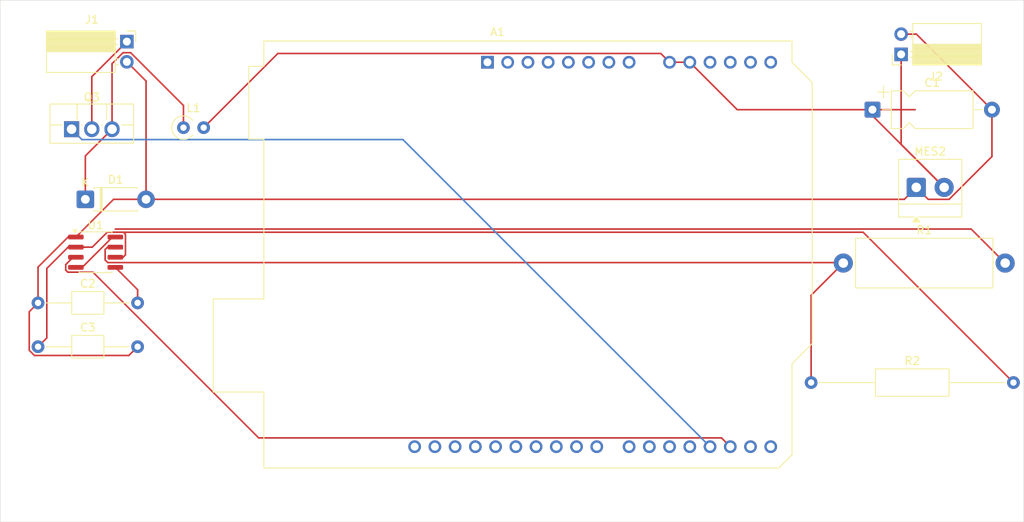
<source format=kicad_pcb>
(kicad_pcb (version 20241229) (generator "pcbnew") (generator_version "9.0")
  (layers (0 "F.Cu" signal) (2 "B.Cu" signal) (13 "F.Paste" user) (15 "B.Paste" user) (5 "F.SilkS" user "F.Silkscreen") (7 "B.SilkS" user "B.Silkscreen") (1 "F.Mask" user) (3 "B.Mask" user) (25 "Edge.Cuts" user))
  (net 0 "")
  (net 16 "/Ind Cur")
  (net 19 "/PWM IP")
  (net 22 "/Final SF")
  (net 32 "GND")
  (net 33 "Net-(U1-CV)")
  (net 34 "Net-(U1-THR)")
  (net 35 "Net-(D1-K)")
  (net 36 "Net-(J1-Pin_1)")
  (net 37 "+2V")
  (net 38 "Net-(U1-DIS)")
  (footprint "Resistor_THT:R_Axial_DIN0617_L17.0mm_D6.0mm_P20.32mm_Horizontal" (layer "F.Cu") (at 211.34 72.5)
    (property "Reference" "R1" (at 10.16 -4.12 0) (layer "F.SilkS"))
    (property "Value" "3.791409Ω")
    (fp_line (start 1.44 0) (end 1.54 0) (stroke (width 0.12)) (layer "F.SilkS"))
    (fp_line (start 18.88 0) (end 18.78 0) (stroke (width 0.12)) (layer "F.SilkS"))
    (fp_rect (start 1.54 -3.12) (end 18.78 3.12) (stroke (width 0.12)) (fill no) (layer "F.SilkS"))
    (pad "1" thru_hole circle (at 0 0) (size 2.4 2.4) (drill 1.2) (layers "*.Cu" "*.Mask") (net 38 "Net-(U1-DIS)"))
    (pad "2" thru_hole circle (at 20.32 0) (size 2.4 2.4) (drill 1.2) (layers "*.Cu" "*.Mask") (net 37 "+2V"))
  )
  (footprint "Resistor_THT:R_Axial_DIN0309_L9.0mm_D3.2mm_P25.40mm_Horizontal" (layer "F.Cu") (at 207.3 87.5)
    (property "Reference" "R2" (at 12.7 -2.72 0) (layer "F.SilkS"))
    (property "Value" "13.319585Ω")
    (fp_line (start 1.04 0) (end 8.08 0) (stroke (width 0.12)) (layer "F.SilkS"))
    (fp_line (start 24.36 0) (end 17.32 0) (stroke (width 0.12)) (layer "F.SilkS"))
    (fp_rect (start 8.08 -1.72) (end 17.32 1.72) (stroke (width 0.12)) (fill no) (layer "F.SilkS"))
    (pad "1" thru_hole circle (at 0 0) (size 1.6 1.6) (drill 0.8) (layers "*.Cu" "*.Mask") (net 38 "Net-(U1-DIS)"))
    (pad "2" thru_hole circle (at 25.4 0) (size 1.6 1.6) (drill 0.8) (layers "*.Cu" "*.Mask") (net 34 "Net-(U1-THR)"))
  )
  (footprint "Capacitor_THT:CP_Axial_L10.0mm_D4.5mm_P15.00mm_Horizontal" (layer "F.Cu") (at 215 53.2425)
    (property "Reference" "C1" (at 7.5 -3.37 0) (layer "F.SilkS"))
    (property "Value" "C_Polarized")
    (fp_line (start 0.63 -2.2) (end 2.13 -2.2) (stroke (width 0.12)) (layer "F.SilkS"))
    (fp_line (start 1.24 0) (end 2.38 0) (stroke (width 0.12)) (layer "F.SilkS"))
    (fp_line (start 1.38 -2.95) (end 1.38 -1.45) (stroke (width 0.12)) (layer "F.SilkS"))
    (fp_line (start 2.38 -2.37) (end 2.38 2.37) (stroke (width 0.12)) (layer "F.SilkS"))
    (fp_line (start 2.38 -2.37) (end 3.88 -2.37) (stroke (width 0.12)) (layer "F.SilkS"))
    (fp_line (start 2.38 2.37) (end 3.88 2.37) (stroke (width 0.12)) (layer "F.SilkS"))
    (fp_line (start 3.88 -2.37) (end 4.63 -1.62) (stroke (width 0.12)) (layer "F.SilkS"))
    (fp_line (start 3.88 2.37) (end 4.63 1.62) (stroke (width 0.12)) (layer "F.SilkS"))
    (fp_line (start 4.63 -1.62) (end 5.38 -2.37) (stroke (width 0.12)) (layer "F.SilkS"))
    (fp_line (start 4.63 1.62) (end 5.38 2.37) (stroke (width 0.12)) (layer "F.SilkS"))
    (fp_line (start 5.38 -2.37) (end 12.62 -2.37) (stroke (width 0.12)) (layer "F.SilkS"))
    (fp_line (start 5.38 2.37) (end 12.62 2.37) (stroke (width 0.12)) (layer "F.SilkS"))
    (fp_line (start 12.62 -2.37) (end 12.62 2.37) (stroke (width 0.12)) (layer "F.SilkS"))
    (fp_line (start 13.76 0) (end 12.62 0) (stroke (width 0.12)) (layer "F.SilkS"))
    (pad "1" thru_hole roundrect (at 0 0) (size 2 2) (drill 1) (layers "*.Cu" "*.Mask") (roundrect_rratio 0.125) (net 16 "/Ind Cur"))
    (pad "2" thru_hole circle (at 15 0) (size 2 2) (drill 1) (layers "*.Cu" "*.Mask") (net 32 "GND"))
  )
  (footprint "Capacitor_THT:C_Axial_L3.8mm_D2.6mm_P12.50mm_Horizontal" (layer "F.Cu") (at 110.25 77.5)
    (property "Reference" "C2" (at 6.25 -2.42 0) (layer "F.SilkS"))
    (property "Value" "1μF")
    (fp_line (start 1.04 0) (end 4.23 0) (stroke (width 0.12)) (layer "F.SilkS"))
    (fp_line (start 11.46 0) (end 8.27 0) (stroke (width 0.12)) (layer "F.SilkS"))
    (fp_rect (start 4.23 -1.42) (end 8.27 1.42) (stroke (width 0.12)) (fill no) (layer "F.SilkS"))
    (pad "1" thru_hole circle (at 0 0) (size 1.6 1.6) (drill 0.8) (layers "*.Cu" "*.Mask") (net 32 "GND"))
    (pad "2" thru_hole circle (at 12.5 0) (size 1.6 1.6) (drill 0.8) (layers "*.Cu" "*.Mask") (net 33 "Net-(U1-CV)"))
  )
  (footprint "TerminalBlock_4Ucon:TerminalBlock_4Ucon_1x02_P3.50mm_Horizontal" (layer "F.Cu") (at 220.5 63)
    (property "Reference" "MES2" (at 1.75 -4.52 0) (layer "F.SilkS"))
    (property "Value" "Voltmeter_AC")
    (fp_line (start -2.22 -3.52) (end 5.72 -3.52) (stroke (width 0.12)) (layer "F.SilkS"))
    (fp_line (start -2.22 2.1) (end 5.72 2.1) (stroke (width 0.12)) (layer "F.SilkS"))
    (fp_line (start -2.22 3.72) (end -2.22 -3.52) (stroke (width 0.12)) (layer "F.SilkS"))
    (fp_line (start -0.3 3.72) (end -2.22 3.72) (stroke (width 0.12)) (layer "F.SilkS"))
    (fp_line (start 5.72 -3.52) (end 5.72 3.72) (stroke (width 0.12)) (layer "F.SilkS"))
    (fp_line (start 5.72 3.72) (end 0.3 3.72) (stroke (width 0.12)) (layer "F.SilkS"))
    (fp_poly (pts (xy 0 3.72) (xy 0.44 4.33) (xy -0.44 4.33)) (stroke (width 0.12)) (fill yes) (layer "F.SilkS"))
    (pad "1" thru_hole roundrect (at 0 0) (size 2.4 2.4) (drill 1.2) (layers "*.Cu" "*.Mask") (roundrect_rratio 0.104167) (net 32 "GND"))
    (pad "2" thru_hole circle (at 3.5 0) (size 2.4 2.4) (drill 1.2) (layers "*.Cu" "*.Mask") (net 16 "/Ind Cur"))
  )
  (footprint "Diode_THT:D_DO-41_SOD81_P7.62mm_Horizontal" (layer "F.Cu") (at 116.19 64.5)
    (property "Reference" "D1" (at 3.81 -2.47 0) (layer "F.SilkS"))
    (property "Value" "D_Schottky")
    (fp_line (start 1.09 -1.47) (end 6.53 -1.47) (stroke (width 0.12)) (layer "F.SilkS"))
    (fp_line (start 1.09 -1.34) (end 1.09 -1.47) (stroke (width 0.12)) (layer "F.SilkS"))
    (fp_line (start 1.09 1.34) (end 1.09 1.47) (stroke (width 0.12)) (layer "F.SilkS"))
    (fp_line (start 1.09 1.47) (end 6.53 1.47) (stroke (width 0.12)) (layer "F.SilkS"))
    (fp_line (start 1.87 -1.47) (end 1.87 1.47) (stroke (width 0.12)) (layer "F.SilkS"))
    (fp_line (start 1.99 -1.47) (end 1.99 1.47) (stroke (width 0.12)) (layer "F.SilkS"))
    (fp_line (start 2.11 -1.47) (end 2.11 1.47) (stroke (width 0.12)) (layer "F.SilkS"))
    (fp_line (start 6.53 -1.47) (end 6.53 -1.34) (stroke (width 0.12)) (layer "F.SilkS"))
    (fp_line (start 6.53 1.47) (end 6.53 1.34) (stroke (width 0.12)) (layer "F.SilkS"))
    (fp_text user "K" (at 0 -2.1 0) (layer "F.SilkS"))
    (pad "1" thru_hole roundrect (at 0 0) (size 2.2 2.2) (drill 1.1) (layers "*.Cu" "*.Mask") (roundrect_rratio 0.113636) (net 35 "Net-(D1-K)"))
    (pad "2" thru_hole circle (at 7.62 0) (size 2.2 2.2) (drill 1.1) (layers "*.Cu" "*.Mask") (net 32 "GND"))
  )
  (footprint "Connector_PinSocket_2.54mm:PinSocket_1x02_P2.54mm_Horizontal" (layer "F.Cu") (at 121.4 44.7)
    (property "Reference" "J1" (at -4.38 -2.77 0) (layer "F.SilkS"))
    (property "Value" "Conn_01x02_Socket")
    (fp_line (start -10.09 -1.33) (end -10.09 3.87) (stroke (width 0.12)) (layer "F.SilkS"))
    (fp_line (start -10.09 -1.33) (end -1.46 -1.33) (stroke (width 0.12)) (layer "F.SilkS"))
    (fp_line (start -10.09 -1.21) (end -1.46 -1.21) (stroke (width 0.12)) (layer "F.SilkS"))
    (fp_line (start -10.09 -1.091905) (end -1.46 -1.091905) (stroke (width 0.12)) (layer "F.SilkS"))
    (fp_line (start -10.09 -0.97381) (end -1.46 -0.97381) (stroke (width 0.12)) (layer "F.SilkS"))
    (fp_line (start -10.09 -0.855715) (end -1.46 -0.855715) (stroke (width 0.12)) (layer "F.SilkS"))
    (fp_line (start -10.09 -0.73762) (end -1.46 -0.73762) (stroke (width 0.12)) (layer "F.SilkS"))
    (fp_line (start -10.09 -0.619525) (end -1.46 -0.619525) (stroke (width 0.12)) (layer "F.SilkS"))
    (fp_line (start -10.09 -0.50143) (end -1.46 -0.50143) (stroke (width 0.12)) (layer "F.SilkS"))
    (fp_line (start -10.09 -0.383335) (end -1.46 -0.383335) (stroke (width 0.12)) (layer "F.SilkS"))
    (fp_line (start -10.09 -0.26524) (end -1.46 -0.26524) (stroke (width 0.12)) (layer "F.SilkS"))
    (fp_line (start -10.09 -0.147145) (end -1.46 -0.147145) (stroke (width 0.12)) (layer "F.SilkS"))
    (fp_line (start -10.09 -0.02905) (end -1.46 -0.02905) (stroke (width 0.12)) (layer "F.SilkS"))
    (fp_line (start -10.09 0.089045) (end -1.46 0.089045) (stroke (width 0.12)) (layer "F.SilkS"))
    (fp_line (start -10.09 0.20714) (end -1.46 0.20714) (stroke (width 0.12)) (layer "F.SilkS"))
    (fp_line (start -10.09 0.325235) (end -1.46 0.325235) (stroke (width 0.12)) (layer "F.SilkS"))
    (fp_line (start -10.09 0.44333) (end -1.46 0.44333) (stroke (width 0.12)) (layer "F.SilkS"))
    (fp_line (start -10.09 0.561425) (end -1.46 0.561425) (stroke (width 0.12)) (layer "F.SilkS"))
    (fp_line (start -10.09 0.67952) (end -1.46 0.67952) (stroke (width 0.12)) (layer "F.SilkS"))
    (fp_line (start -10.09 0.797615) (end -1.46 0.797615) (stroke (width 0.12)) (layer "F.SilkS"))
    (fp_line (start -10.09 0.91571) (end -1.46 0.91571) (stroke (width 0.12)) (layer "F.SilkS"))
    (fp_line (start -10.09 1.033805) (end -1.46 1.033805) (stroke (width 0.12)) (layer "F.SilkS"))
    (fp_line (start -10.09 1.1519) (end -1.46 1.1519) (stroke (width 0.12)) (layer "F.SilkS"))
    (fp_line (start -10.09 1.27) (end -1.46 1.27) (stroke (width 0.12)) (layer "F.SilkS"))
    (fp_line (start -10.09 3.87) (end -1.46 3.87) (stroke (width 0.12)) (layer "F.SilkS"))
    (fp_line (start -1.46 -1.33) (end -1.46 3.87) (stroke (width 0.12)) (layer "F.SilkS"))
    (fp_line (start -1.46 -0.36) (end -1.11 -0.36) (stroke (width 0.12)) (layer "F.SilkS"))
    (fp_line (start -1.46 0.36) (end -1.11 0.36) (stroke (width 0.12)) (layer "F.SilkS"))
    (fp_line (start -1.46 2.18) (end -1.05 2.18) (stroke (width 0.12)) (layer "F.SilkS"))
    (fp_line (start -1.46 2.9) (end -1.05 2.9) (stroke (width 0.12)) (layer "F.SilkS"))
    (fp_line (start 0 -1.33) (end 1.11 -1.33) (stroke (width 0.12)) (layer "F.SilkS"))
    (fp_line (start 1.11 -1.33) (end 1.11 0) (stroke (width 0.12)) (layer "F.SilkS"))
    (pad "1" thru_hole rect (at 0 0) (size 1.7 1.7) (drill 1) (layers "*.Cu" "*.Mask") (net 36 "Net-(J1-Pin_1)"))
    (pad "2" thru_hole circle (at 0 2.54) (size 1.7 1.7) (drill 1) (layers "*.Cu" "*.Mask") (net 32 "GND"))
  )
  (footprint "Connector_PinSocket_2.54mm:PinSocket_1x02_P2.54mm_Horizontal" (layer "F.Cu") (at 218.6 46.3 180)
    (property "Reference" "J2" (at -4.38 -2.77 0) (layer "F.SilkS"))
    (property "Value" "Conn_01x02_Socket")
    (fp_line (start 1.11 -1.33) (end 1.11 0) (stroke (width 0.12)) (layer "F.SilkS"))
    (fp_line (start 0 -1.33) (end 1.11 -1.33) (stroke (width 0.12)) (layer "F.SilkS"))
    (fp_line (start -1.46 2.9) (end -1.05 2.9) (stroke (width 0.12)) (layer "F.SilkS"))
    (fp_line (start -1.46 2.18) (end -1.05 2.18) (stroke (width 0.12)) (layer "F.SilkS"))
    (fp_line (start -1.46 0.36) (end -1.11 0.36) (stroke (width 0.12)) (layer "F.SilkS"))
    (fp_line (start -1.46 -0.36) (end -1.11 -0.36) (stroke (width 0.12)) (layer "F.SilkS"))
    (fp_line (start -1.46 -1.33) (end -1.46 3.87) (stroke (width 0.12)) (layer "F.SilkS"))
    (fp_line (start -10.09 3.87) (end -1.46 3.87) (stroke (width 0.12)) (layer "F.SilkS"))
    (fp_line (start -10.09 1.27) (end -1.46 1.27) (stroke (width 0.12)) (layer "F.SilkS"))
    (fp_line (start -10.09 1.1519) (end -1.46 1.1519) (stroke (width 0.12)) (layer "F.SilkS"))
    (fp_line (start -10.09 1.033805) (end -1.46 1.033805) (stroke (width 0.12)) (layer "F.SilkS"))
    (fp_line (start -10.09 0.91571) (end -1.46 0.91571) (stroke (width 0.12)) (layer "F.SilkS"))
    (fp_line (start -10.09 0.797615) (end -1.46 0.797615) (stroke (width 0.12)) (layer "F.SilkS"))
    (fp_line (start -10.09 0.67952) (end -1.46 0.67952) (stroke (width 0.12)) (layer "F.SilkS"))
    (fp_line (start -10.09 0.561425) (end -1.46 0.561425) (stroke (width 0.12)) (layer "F.SilkS"))
    (fp_line (start -10.09 0.44333) (end -1.46 0.44333) (stroke (width 0.12)) (layer "F.SilkS"))
    (fp_line (start -10.09 0.325235) (end -1.46 0.325235) (stroke (width 0.12)) (layer "F.SilkS"))
    (fp_line (start -10.09 0.20714) (end -1.46 0.20714) (stroke (width 0.12)) (layer "F.SilkS"))
    (fp_line (start -10.09 0.089045) (end -1.46 0.089045) (stroke (width 0.12)) (layer "F.SilkS"))
    (fp_line (start -10.09 -0.02905) (end -1.46 -0.02905) (stroke (width 0.12)) (layer "F.SilkS"))
    (fp_line (start -10.09 -0.147145) (end -1.46 -0.147145) (stroke (width 0.12)) (layer "F.SilkS"))
    (fp_line (start -10.09 -0.26524) (end -1.46 -0.26524) (stroke (width 0.12)) (layer "F.SilkS"))
    (fp_line (start -10.09 -0.383335) (end -1.46 -0.383335) (stroke (width 0.12)) (layer "F.SilkS"))
    (fp_line (start -10.09 -0.50143) (end -1.46 -0.50143) (stroke (width 0.12)) (layer "F.SilkS"))
    (fp_line (start -10.09 -0.619525) (end -1.46 -0.619525) (stroke (width 0.12)) (layer "F.SilkS"))
    (fp_line (start -10.09 -0.73762) (end -1.46 -0.73762) (stroke (width 0.12)) (layer "F.SilkS"))
    (fp_line (start -10.09 -0.855715) (end -1.46 -0.855715) (stroke (width 0.12)) (layer "F.SilkS"))
    (fp_line (start -10.09 -0.97381) (end -1.46 -0.97381) (stroke (width 0.12)) (layer "F.SilkS"))
    (fp_line (start -10.09 -1.091905) (end -1.46 -1.091905) (stroke (width 0.12)) (layer "F.SilkS"))
    (fp_line (start -10.09 -1.21) (end -1.46 -1.21) (stroke (width 0.12)) (layer "F.SilkS"))
    (fp_line (start -10.09 -1.33) (end -1.46 -1.33) (stroke (width 0.12)) (layer "F.SilkS"))
    (fp_line (start -10.09 -1.33) (end -10.09 3.87) (stroke (width 0.12)) (layer "F.SilkS"))
    (pad "1" thru_hole rect (at 0 0 180) (size 1.7 1.7) (drill 1) (layers "*.Cu" "*.Mask") (net 16 "/Ind Cur"))
    (pad "2" thru_hole circle (at 0 2.54 180) (size 1.7 1.7) (drill 1) (layers "*.Cu" "*.Mask") (net 32 "GND"))
  )
  (footprint "Module:Arduino_UNO_R3" (layer "F.Cu") (at 166.67 47.29)
    (property "Reference" "A1" (at 1.27 -3.81 180) (layer "F.SilkS"))
    (property "Value" "Arduino_UNO_R3")
    (fp_line (start -34.42 29.72) (end -34.42 41.4) (stroke (width 0.12)) (layer "F.SilkS"))
    (fp_line (start -34.42 41.4) (end -28.07 41.4) (stroke (width 0.12)) (layer "F.SilkS"))
    (fp_line (start -29.97 0.51) (end -29.97 9.65) (stroke (width 0.12)) (layer "F.SilkS"))
    (fp_line (start -29.97 9.65) (end -28.07 9.65) (stroke (width 0.12)) (layer "F.SilkS"))
    (fp_line (start -28.07 -2.67) (end -28.07 0.51) (stroke (width 0.12)) (layer "F.SilkS"))
    (fp_line (start -28.07 0.51) (end -29.97 0.51) (stroke (width 0.12)) (layer "F.SilkS"))
    (fp_line (start -28.07 9.65) (end -28.07 29.72) (stroke (width 0.12)) (layer "F.SilkS"))
    (fp_line (start -28.07 29.72) (end -34.42 29.72) (stroke (width 0.12)) (layer "F.SilkS"))
    (fp_line (start -28.07 41.4) (end -28.07 50.93) (stroke (width 0.12)) (layer "F.SilkS"))
    (fp_line (start -28.07 50.93) (end 36.58 50.93) (stroke (width 0.12)) (layer "F.SilkS"))
    (fp_line (start 36.58 50.93) (end 38.23 49.28) (stroke (width 0.12)) (layer "F.SilkS"))
    (fp_line (start 38.23 -2.67) (end -28.07 -2.67) (stroke (width 0.12)) (layer "F.SilkS"))
    (fp_line (start 38.23 0) (end 38.23 -2.67) (stroke (width 0.12)) (layer "F.SilkS"))
    (fp_line (start 38.23 37.85) (end 40.77 35.31) (stroke (width 0.12)) (layer "F.SilkS"))
    (fp_line (start 38.23 49.28) (end 38.23 37.85) (stroke (width 0.12)) (layer "F.SilkS"))
    (fp_line (start 40.77 2.54) (end 38.23 0) (stroke (width 0.12)) (layer "F.SilkS"))
    (fp_line (start 40.77 35.31) (end 40.77 2.54) (stroke (width 0.12)) (layer "F.SilkS"))
    (pad "1" thru_hole rect (at 0 0 90) (size 1.6 1.6) (drill 1) (layers "*.Cu" "*.Mask"))
    (pad "2" thru_hole oval (at 2.54 0 90) (size 1.6 1.6) (drill 1) (layers "*.Cu" "*.Mask"))
    (pad "3" thru_hole oval (at 5.08 0 90) (size 1.6 1.6) (drill 1) (layers "*.Cu" "*.Mask"))
    (pad "4" thru_hole oval (at 7.62 0 90) (size 1.6 1.6) (drill 1) (layers "*.Cu" "*.Mask"))
    (pad "5" thru_hole oval (at 10.16 0 90) (size 1.6 1.6) (drill 1) (layers "*.Cu" "*.Mask"))
    (pad "6" thru_hole oval (at 12.7 0 90) (size 1.6 1.6) (drill 1) (layers "*.Cu" "*.Mask"))
    (pad "7" thru_hole oval (at 15.24 0 90) (size 1.6 1.6) (drill 1) (layers "*.Cu" "*.Mask"))
    (pad "8" thru_hole oval (at 17.78 0 90) (size 1.6 1.6) (drill 1) (layers "*.Cu" "*.Mask"))
    (pad "9" thru_hole oval (at 22.86 0 90) (size 1.6 1.6) (drill 1) (layers "*.Cu" "*.Mask") (net 16 "/Ind Cur"))
    (pad "10" thru_hole oval (at 25.4 0 90) (size 1.6 1.6) (drill 1) (layers "*.Cu" "*.Mask") (net 16 "/Ind Cur"))
    (pad "11" thru_hole oval (at 27.94 0 90) (size 1.6 1.6) (drill 1) (layers "*.Cu" "*.Mask"))
    (pad "12" thru_hole oval (at 30.48 0 90) (size 1.6 1.6) (drill 1) (layers "*.Cu" "*.Mask"))
    (pad "13" thru_hole oval (at 33.02 0 90) (size 1.6 1.6) (drill 1) (layers "*.Cu" "*.Mask"))
    (pad "14" thru_hole oval (at 35.56 0 90) (size 1.6 1.6) (drill 1) (layers "*.Cu" "*.Mask"))
    (pad "15" thru_hole oval (at 35.56 48.26 90) (size 1.6 1.6) (drill 1) (layers "*.Cu" "*.Mask"))
    (pad "16" thru_hole oval (at 33.02 48.26 90) (size 1.6 1.6) (drill 1) (layers "*.Cu" "*.Mask"))
    (pad "17" thru_hole oval (at 30.48 48.26 90) (size 1.6 1.6) (drill 1) (layers "*.Cu" "*.Mask") (net 19 "/PWM IP"))
    (pad "18" thru_hole oval (at 27.94 48.26 90) (size 1.6 1.6) (drill 1) (layers "*.Cu" "*.Mask") (net 22 "/Final SF"))
    (pad "19" thru_hole oval (at 25.4 48.26 90) (size 1.6 1.6) (drill 1) (layers "*.Cu" "*.Mask"))
    (pad "20" thru_hole oval (at 22.86 48.26 90) (size 1.6 1.6) (drill 1) (layers "*.Cu" "*.Mask"))
    (pad "21" thru_hole oval (at 20.32 48.26 90) (size 1.6 1.6) (drill 1) (layers "*.Cu" "*.Mask"))
    (pad "22" thru_hole oval (at 17.78 48.26 90) (size 1.6 1.6) (drill 1) (layers "*.Cu" "*.Mask"))
    (pad "23" thru_hole oval (at 13.72 48.26 90) (size 1.6 1.6) (drill 1) (layers "*.Cu" "*.Mask"))
    (pad "24" thru_hole oval (at 11.18 48.26 90) (size 1.6 1.6) (drill 1) (layers "*.Cu" "*.Mask"))
    (pad "25" thru_hole oval (at 8.64 48.26 90) (size 1.6 1.6) (drill 1) (layers "*.Cu" "*.Mask"))
    (pad "26" thru_hole oval (at 6.1 48.26 90) (size 1.6 1.6) (drill 1) (layers "*.Cu" "*.Mask"))
    (pad "27" thru_hole oval (at 3.56 48.26 90) (size 1.6 1.6) (drill 1) (layers "*.Cu" "*.Mask"))
    (pad "28" thru_hole oval (at 1.02 48.26 90) (size 1.6 1.6) (drill 1) (layers "*.Cu" "*.Mask"))
    (pad "29" thru_hole oval (at -1.52 48.26 90) (size 1.6 1.6) (drill 1) (layers "*.Cu" "*.Mask"))
    (pad "30" thru_hole oval (at -4.06 48.26 90) (size 1.6 1.6) (drill 1) (layers "*.Cu" "*.Mask"))
    (pad "31" thru_hole oval (at -6.6 48.26 90) (size 1.6 1.6) (drill 1) (layers "*.Cu" "*.Mask"))
    (pad "32" thru_hole oval (at -9.14 48.26 90) (size 1.6 1.6) (drill 1) (layers "*.Cu" "*.Mask"))
  )
  (footprint "Package_TO_SOT_THT:TO-220F-3_Vertical" (layer "F.Cu") (at 114.46 55.695)
    (property "Reference" "Q3" (at 2.54 -4 0) (layer "F.SilkS"))
    (property "Value" "IRLIZ44N")
    (fp_line (start -2.7 -3.157) (end 7.78 -3.157) (stroke (width 0.12)) (layer "F.SilkS"))
    (fp_line (start -2.7 -0.527) (end -1.212 -0.527) (stroke (width 0.12)) (layer "F.SilkS"))
    (fp_line (start -2.7 1.763) (end -2.7 -3.157) (stroke (width 0.12)) (layer "F.SilkS"))
    (fp_line (start 0.69 -3.157) (end 0.69 -1.26) (stroke (width 0.12)) (layer "F.SilkS"))
    (fp_line (start 1.212 -0.527) (end 1.327 -0.528) (stroke (width 0.12)) (layer "F.SilkS"))
    (fp_line (start 3.752 -0.528) (end 3.867 -0.528) (stroke (width 0.12)) (layer "F.SilkS"))
    (fp_line (start 4.39 -3.157) (end 4.39 -1.26) (stroke (width 0.12)) (layer "F.SilkS"))
    (fp_line (start 6.292 -0.528) (end 7.78 -0.527) (stroke (width 0.12)) (layer "F.SilkS"))
    (fp_line (start 7.78 -3.157) (end 7.78 1.763) (stroke (width 0.12)) (layer "F.SilkS"))
    (fp_line (start 7.78 1.763) (end -2.7 1.763) (stroke (width 0.12)) (layer "F.SilkS"))
    (pad "1" thru_hole rect (at 0 0) (size 1.905 2) (drill 1.2) (layers "*.Cu" "*.Mask") (net 22 "/Final SF"))
    (pad "2" thru_hole oval (at 2.54 0) (size 1.905 2) (drill 1.2) (layers "*.Cu" "*.Mask") (net 36 "Net-(J1-Pin_1)"))
    (pad "3" thru_hole oval (at 5.08 0) (size 1.905 2) (drill 1.2) (layers "*.Cu" "*.Mask") (net 35 "Net-(D1-K)"))
  )
  (footprint "Package_SO:SOIC-8_3.9x4.9mm_P1.27mm" (layer "F.Cu") (at 117.475 71.135)
    (property "Reference" "U1" (at 0 -3.4 0) (layer "F.SilkS"))
    (property "Value" "LM555xM")
    (fp_line (start -2.06 -2.56) (end 2.06 -2.56) (stroke (width 0.12)) (layer "F.SilkS"))
    (fp_line (start -2.06 -2.465) (end -2.06 -2.56) (stroke (width 0.12)) (layer "F.SilkS"))
    (fp_line (start -2.06 2.56) (end -2.06 2.465) (stroke (width 0.12)) (layer "F.SilkS"))
    (fp_line (start 2.06 -2.56) (end 2.06 -2.465) (stroke (width 0.12)) (layer "F.SilkS"))
    (fp_line (start 2.06 2.465) (end 2.06 2.56) (stroke (width 0.12)) (layer "F.SilkS"))
    (fp_line (start 2.06 2.56) (end -2.06 2.56) (stroke (width 0.12)) (layer "F.SilkS"))
    (fp_poly (pts (xy -2.6 -2.47) (xy -2.84 -2.8) (xy -2.36 -2.8)) (stroke (width 0.12)) (fill yes) (layer "F.SilkS"))
    (pad "1" smd roundrect (at -2.475 -1.905) (size 1.95 0.6) (layers "F.Cu" "F.Mask" "F.Paste") (net 32 "GND"))
    (pad "2" smd roundrect (at -2.475 -0.635) (size 1.95 0.6) (layers "F.Cu" "F.Mask" "F.Paste") (net 34 "Net-(U1-THR)"))
    (pad "3" smd roundrect (at -2.475 0.635) (size 1.95 0.6) (layers "F.Cu" "F.Mask" "F.Paste") (net 19 "/PWM IP"))
    (pad "4" smd roundrect (at -2.475 1.905) (size 1.95 0.6) (layers "F.Cu" "F.Mask" "F.Paste") (net 37 "+2V"))
    (pad "5" smd roundrect (at 2.475 1.905) (size 1.95 0.6) (layers "F.Cu" "F.Mask" "F.Paste") (net 33 "Net-(U1-CV)"))
    (pad "6" smd roundrect (at 2.475 0.635) (size 1.95 0.6) (layers "F.Cu" "F.Mask" "F.Paste") (net 34 "Net-(U1-THR)"))
    (pad "7" smd roundrect (at 2.475 -0.635) (size 1.95 0.6) (layers "F.Cu" "F.Mask" "F.Paste") (net 38 "Net-(U1-DIS)"))
    (pad "8" smd roundrect (at 2.475 -1.905) (size 1.95 0.6) (layers "F.Cu" "F.Mask" "F.Paste") (net 37 "+2V"))
  )
  (footprint "Capacitor_THT:C_Axial_L3.8mm_D2.6mm_P12.50mm_Horizontal" (layer "F.Cu") (at 110.25 83)
    (property "Reference" "C3" (at 6.25 -2.42 0) (layer "F.SilkS"))
    (property "Value" "1μF")
    (fp_line (start 1.04 0) (end 4.23 0) (stroke (width 0.12)) (layer "F.SilkS"))
    (fp_line (start 11.46 0) (end 8.27 0) (stroke (width 0.12)) (layer "F.SilkS"))
    (fp_rect (start 4.23 -1.42) (end 8.27 1.42) (stroke (width 0.12)) (fill no) (layer "F.SilkS"))
    (pad "1" thru_hole circle (at 0 0) (size 1.6 1.6) (drill 0.8) (layers "*.Cu" "*.Mask") (net 34 "Net-(U1-THR)"))
    (pad "2" thru_hole circle (at 12.5 0) (size 1.6 1.6) (drill 0.8) (layers "*.Cu" "*.Mask") (net 32 "GND"))
  )
  (footprint "Inductor_THT:L_Axial_L6.6mm_D2.7mm_P2.54mm_Vertical_Vishay_IM-2" (layer "F.Cu") (at 128.505 55.5)
    (property "Reference" "L1" (at 1.27 -2.47 0) (layer "F.SilkS"))
    (property "Value" "400μH")
    (fp_arc (start 1.146516 0.92) (mid -1.47 0) (end 1.146516 -0.92) (stroke (width 0.12)) (layer "F.SilkS"))
    (pad "1" thru_hole circle (at 0 0) (size 1.6 1.6) (drill 0.8) (layers "*.Cu" "*.Mask") (net 35 "Net-(D1-K)"))
    (pad "2" thru_hole circle (at 2.54 0) (size 1.6 1.6) (drill 0.8) (layers "*.Cu" "*.Mask") (net 16 "/Ind Cur"))
  )
  (gr_rect (start 105.5 39.5) (end 234 105) (stroke (width 0.05)) (fill no) (layer "Edge.Cuts"))
  (segment (start 215 53.2425) (end 215 54) (width 0.2) (layer "F.Cu") (net 16))
  (segment (start 218.6 57.6) (end 224 63) (width 0.2) (layer "F.Cu") (net 16))
  (segment (start 215 53.2425) (end 220.3575 53.2425) (width 0.2) (layer "F.Cu") (net 16))
  (segment (start 192.07 47.29) (end 198.0225 53.2425) (width 0.2) (layer "F.Cu") (net 16))
  (segment (start 188.429 46.189) (end 189.53 47.29) (width 0.2) (layer "F.Cu") (net 16))
  (segment (start 189.53 47.29) (end 192.07 47.29) (width 0.2) (layer "F.Cu") (net 16))
  (segment (start 215 54) (end 224 63) (width 0.2) (layer "F.Cu") (net 16))
  (segment (start 218.6 46.3) (end 218.6 57.6) (width 0.2) (layer "F.Cu") (net 16))
  (segment (start 140.356 46.189) (end 188.429 46.189) (width 0.2) (layer "F.Cu") (net 16))
  (segment (start 131.045 55.5) (end 140.356 46.189) (width 0.2) (layer "F.Cu") (net 16))
  (segment (start 198.0225 53.2425) (end 215 53.2425) (width 0.2) (layer "F.Cu") (net 16))
  (segment (start 117.141 73.641) (end 137.949 94.449) (width 0.2) (layer "F.Cu") (net 19))
  (segment (start 196.049 94.449) (end 197.15 95.55) (width 0.2) (layer "F.Cu") (net 19))
  (segment (start 137.949 94.449) (end 196.049 94.449) (width 0.2) (layer "F.Cu") (net 19))
  (segment (start 114.653032 71.77) (end 113.724 72.699032) (width 0.2) (layer "F.Cu") (net 19))
  (segment (start 113.724 73.380968) (end 113.984032 73.641) (width 0.2) (layer "F.Cu") (net 19))
  (segment (start 115 71.77) (end 114.653032 71.77) (width 0.2) (layer "F.Cu") (net 19))
  (segment (start 113.724 72.699032) (end 113.724 73.380968) (width 0.2) (layer "F.Cu") (net 19))
  (segment (start 113.984032 73.641) (end 117.141 73.641) (width 0.2) (layer "F.Cu") (net 19))
  (segment (start 156.056 56.996) (end 115.761 56.996) (width 0.2) (layer "B.Cu") (net 22))
  (segment (start 115.761 56.996) (end 114.46 55.695) (width 0.2) (layer "B.Cu") (net 22))
  (segment (start 194.61 95.55) (end 156.056 56.996) (width 0.2) (layer "B.Cu") (net 22))
  (segment (start 123.81 64.5) (end 219 64.5) (width 0.2) (layer "F.Cu") (net 32))
  (segment (start 220.5 63) (end 222.001 64.501) (width 0.2) (layer "F.Cu") (net 32))
  (segment (start 109.149 78.601) (end 109.149 83.45605) (width 0.2) (layer "F.Cu") (net 32))
  (segment (start 220.5175 43.76) (end 218.6 43.76) (width 0.2) (layer "F.Cu") (net 32))
  (segment (start 123.81 49.65) (end 123.81 64.5) (width 0.2) (layer "F.Cu") (net 32))
  (segment (start 109.149 83.45605) (end 109.79395 84.101) (width 0.2) (layer "F.Cu") (net 32))
  (segment (start 230 59.122735) (end 230 53.2425) (width 0.2) (layer "F.Cu") (net 32))
  (segment (start 222.001 64.501) (end 224.621735 64.501) (width 0.2) (layer "F.Cu") (net 32))
  (segment (start 119.73 64.5) (end 123.81 64.5) (width 0.2) (layer "F.Cu") (net 32))
  (segment (start 115 69.23) (end 114.025001 69.23) (width 0.2) (layer "F.Cu") (net 32))
  (segment (start 109.79395 84.101) (end 121.649 84.101) (width 0.2) (layer "F.Cu") (net 32))
  (segment (start 230 53.2425) (end 220.5175 43.76) (width 0.2) (layer "F.Cu") (net 32))
  (segment (start 115 69.23) (end 119.73 64.5) (width 0.2) (layer "F.Cu") (net 32))
  (segment (start 110.25 73.005001) (end 110.25 77.5) (width 0.2) (layer "F.Cu") (net 32))
  (segment (start 219 64.5) (end 220.5 63) (width 0.2) (layer "F.Cu") (net 32))
  (segment (start 121.649 84.101) (end 122.75 83) (width 0.2) (layer "F.Cu") (net 32))
  (segment (start 121.4 47.24) (end 123.81 49.65) (width 0.2) (layer "F.Cu") (net 32))
  (segment (start 224.621735 64.501) (end 230 59.122735) (width 0.2) (layer "F.Cu") (net 32))
  (segment (start 110.25 77.5) (end 109.149 78.601) (width 0.2) (layer "F.Cu") (net 32))
  (segment (start 114.025001 69.23) (end 110.25 73.005001) (width 0.2) (layer "F.Cu") (net 32))
  (segment (start 122.75 75.84) (end 119.95 73.04) (width 0.2) (layer "F.Cu") (net 33))
  (segment (start 122.75 77.5) (end 122.75 75.84) (width 0.2) (layer "F.Cu") (net 33))
  (segment (start 115 70.5) (end 117.063032 70.5) (width 0.2) (layer "F.Cu") (net 34))
  (segment (start 120.965968 68.629) (end 118.934032 68.629) (width 0.2) (layer "F.Cu") (net 34))
  (segment (start 121.226 71.468999) (end 121.226 68.889032) (width 0.2) (layer "F.Cu") (net 34))
  (segment (start 111.351 81.899) (end 110.25 83) (width 0.2) (layer "F.Cu") (net 34))
  (segment (start 118.934032 68.629) (end 213.829 68.629) (width 0.2) (layer "F.Cu") (net 34))
  (segment (start 121.226 68.889032) (end 120.965968 68.629) (width 0.2) (layer "F.Cu") (net 34))
  (segment (start 111.351 73.174001) (end 111.351 81.899) (width 0.2) (layer "F.Cu") (net 34))
  (segment (start 120.924999 71.77) (end 121.226 71.468999) (width 0.2) (layer "F.Cu") (net 34))
  (segment (start 117.063032 70.5) (end 118.934032 68.629) (width 0.2) (layer "F.Cu") (net 34))
  (segment (start 114.025001 70.5) (end 111.351 73.174001) (width 0.2) (layer "F.Cu") (net 34))
  (segment (start 213.829 68.629) (end 232.7 87.5) (width 0.2) (layer "F.Cu") (net 34))
  (segment (start 119.95 71.77) (end 120.924999 71.77) (width 0.2) (layer "F.Cu") (net 34))
  (segment (start 115 70.5) (end 114.025001 70.5) (width 0.2) (layer "F.Cu") (net 34))
  (segment (start 119.54 47.47224) (end 120.92324 46.089) (width 0.2) (layer "F.Cu") (net 35))
  (segment (start 116.19 64.5) (end 116.19 59.045) (width 0.2) (layer "F.Cu") (net 35))
  (segment (start 116.19 59.045) (end 119.54 55.695) (width 0.2) (layer "F.Cu") (net 35))
  (segment (start 120.92324 46.089) (end 121.87676 46.089) (width 0.2) (layer "F.Cu") (net 35))
  (segment (start 128.505 52.71724) (end 128.505 55.5) (width 0.2) (layer "F.Cu") (net 35))
  (segment (start 119.54 55.695) (end 119.54 47.47224) (width 0.2) (layer "F.Cu") (net 35))
  (segment (start 121.87676 46.089) (end 128.505 52.71724) (width 0.2) (layer "F.Cu") (net 35))
  (segment (start 117 55.695) (end 117 49.1) (width 0.2) (layer "F.Cu") (net 36))
  (segment (start 117 49.1) (end 121.4 44.7) (width 0.2) (layer "F.Cu") (net 36))
  (segment (start 115.793032 73.04) (end 119.603032 69.23) (width 0.2) (layer "F.Cu") (net 37))
  (segment (start 115 73.04) (end 115.793032 73.04) (width 0.2) (layer "F.Cu") (net 37))
  (segment (start 119.603032 69.23) (end 119.95 69.23) (width 0.2) (layer "F.Cu") (net 37))
  (segment (start 227.388 68.228) (end 119.95 68.228) (width 0.2) (layer "F.Cu") (net 37))
  (segment (start 231.66 72.5) (end 227.388 68.228) (width 0.2) (layer "F.Cu") (net 37))
  (segment (start 118.674 70.801001) (end 118.674 72.110968) (width 0.2) (layer "F.Cu") (net 38))
  (segment (start 211.279 72.439) (end 211.34 72.5) (width 0.2) (layer "F.Cu") (net 38))
  (segment (start 119.002032 72.439) (end 211.279 72.439) (width 0.2) (layer "F.Cu") (net 38))
  (segment (start 119.95 70.5) (end 118.975001 70.5) (width 0.2) (layer "F.Cu") (net 38))
  (segment (start 207.3 76.54) (end 207.3 87.5) (width 0.2) (layer "F.Cu") (net 38))
  (segment (start 118.674 72.110968) (end 119.002032 72.439) (width 0.2) (layer "F.Cu") (net 38))
  (segment (start 211.34 72.5) (end 207.3 76.54) (width 0.2) (layer "F.Cu") (net 38))
  (segment (start 118.975001 70.5) (end 118.674 70.801001) (width 0.2) (layer "F.Cu") (net 38))
)
</source>
